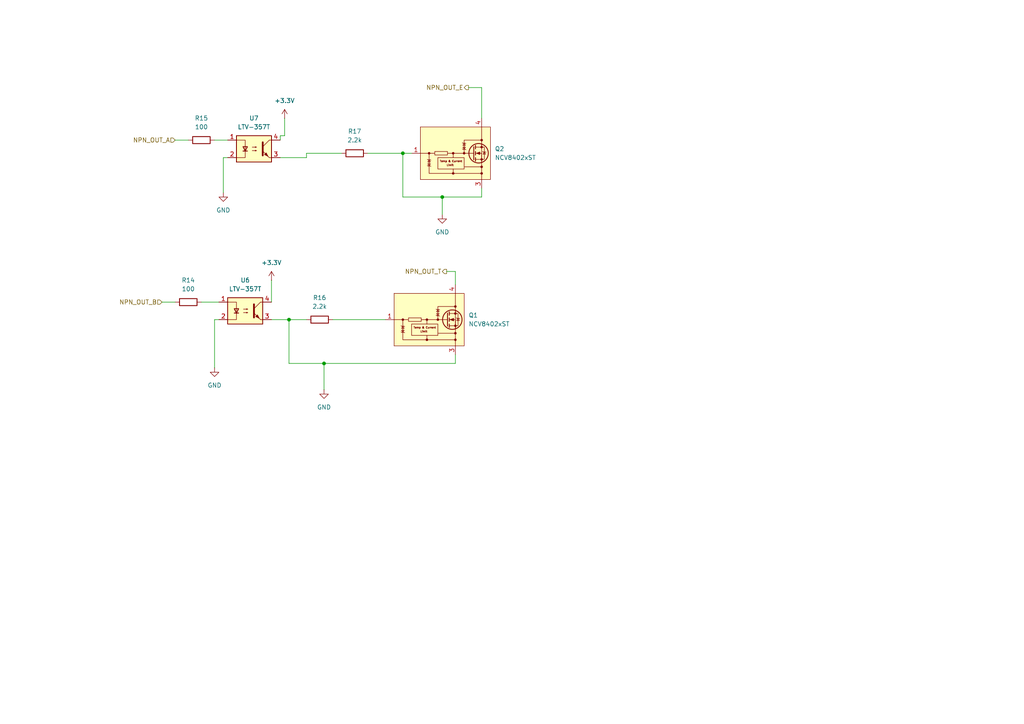
<source format=kicad_sch>
(kicad_sch
	(version 20250114)
	(generator "eeschema")
	(generator_version "9.0")
	(uuid "5bfd7074-c5cf-4b67-9777-e4492f51e531")
	(paper "A4")
	(lib_symbols
		(symbol "Device:R"
			(pin_numbers
				(hide yes)
			)
			(pin_names
				(offset 0)
			)
			(exclude_from_sim no)
			(in_bom yes)
			(on_board yes)
			(property "Reference" "R"
				(at 2.032 0 90)
				(effects
					(font
						(size 1.27 1.27)
					)
				)
			)
			(property "Value" "R"
				(at 0 0 90)
				(effects
					(font
						(size 1.27 1.27)
					)
				)
			)
			(property "Footprint" ""
				(at -1.778 0 90)
				(effects
					(font
						(size 1.27 1.27)
					)
					(hide yes)
				)
			)
			(property "Datasheet" "~"
				(at 0 0 0)
				(effects
					(font
						(size 1.27 1.27)
					)
					(hide yes)
				)
			)
			(property "Description" "Resistor"
				(at 0 0 0)
				(effects
					(font
						(size 1.27 1.27)
					)
					(hide yes)
				)
			)
			(property "ki_keywords" "R res resistor"
				(at 0 0 0)
				(effects
					(font
						(size 1.27 1.27)
					)
					(hide yes)
				)
			)
			(property "ki_fp_filters" "R_*"
				(at 0 0 0)
				(effects
					(font
						(size 1.27 1.27)
					)
					(hide yes)
				)
			)
			(symbol "R_0_1"
				(rectangle
					(start -1.016 -2.54)
					(end 1.016 2.54)
					(stroke
						(width 0.254)
						(type default)
					)
					(fill
						(type none)
					)
				)
			)
			(symbol "R_1_1"
				(pin passive line
					(at 0 3.81 270)
					(length 1.27)
					(name "~"
						(effects
							(font
								(size 1.27 1.27)
							)
						)
					)
					(number "1"
						(effects
							(font
								(size 1.27 1.27)
							)
						)
					)
				)
				(pin passive line
					(at 0 -3.81 90)
					(length 1.27)
					(name "~"
						(effects
							(font
								(size 1.27 1.27)
							)
						)
					)
					(number "2"
						(effects
							(font
								(size 1.27 1.27)
							)
						)
					)
				)
			)
			(embedded_fonts no)
		)
		(symbol "Driver_FET:NCV8402xST"
			(pin_names
				(offset 0)
				(hide yes)
			)
			(exclude_from_sim no)
			(in_bom yes)
			(on_board yes)
			(property "Reference" "Q"
				(at 5.08 8.89 0)
				(effects
					(font
						(size 1.27 1.27)
					)
					(justify right)
				)
			)
			(property "Value" "NCV8402xST"
				(at -11.43 8.89 0)
				(effects
					(font
						(size 1.27 1.27)
					)
					(justify left)
				)
			)
			(property "Footprint" "Package_TO_SOT_SMD:SOT-223"
				(at 0 -7.112 0)
				(effects
					(font
						(size 1.27 1.27)
					)
					(hide yes)
				)
			)
			(property "Datasheet" "https://www.onsemi.com/pub/Collateral/NCV8402-D.PDF"
				(at 7.62 0 0)
				(effects
					(font
						(size 1.27 1.27)
					)
					(hide yes)
				)
			)
			(property "Description" "Self-Protected Low Side Driver with Temperature and Current Limit, SOT−223"
				(at 0 0 0)
				(effects
					(font
						(size 1.27 1.27)
					)
					(hide yes)
				)
			)
			(property "ki_keywords" "MOSFET ESD Overcurrent"
				(at 0 0 0)
				(effects
					(font
						(size 1.27 1.27)
					)
					(hide yes)
				)
			)
			(property "ki_fp_filters" "SOT?223*"
				(at 0 0 0)
				(effects
					(font
						(size 1.27 1.27)
					)
					(hide yes)
				)
			)
			(symbol "NCV8402xST_0_0"
				(rectangle
					(start -10.16 7.62)
					(end 10.16 -7.62)
					(stroke
						(width 0)
						(type default)
					)
					(fill
						(type background)
					)
				)
				(rectangle
					(start -5.969 0.508)
					(end -2.286 -0.508)
					(stroke
						(width 0)
						(type default)
					)
					(fill
						(type none)
					)
				)
				(polyline
					(pts
						(xy -0.635 -1.27) (xy -0.635 -0.635) (xy -0.635 0)
					)
					(stroke
						(width 0)
						(type default)
					)
					(fill
						(type none)
					)
				)
				(polyline
					(pts
						(xy -0.635 -5.842) (xy -7.62 -5.842) (xy -7.62 0) (xy -6.096 0)
					)
					(stroke
						(width 0)
						(type default)
					)
					(fill
						(type none)
					)
				)
				(polyline
					(pts
						(xy 2.54 0) (xy -2.286 0) (xy -0.889 0)
					)
					(stroke
						(width 0)
						(type default)
					)
					(fill
						(type none)
					)
				)
				(polyline
					(pts
						(xy 2.54 0) (xy 2.54 3.81) (xy 7.62 3.81)
					)
					(stroke
						(width 0)
						(type default)
					)
					(fill
						(type none)
					)
				)
				(polyline
					(pts
						(xy 7.62 2.54) (xy 7.62 7.62)
					)
					(stroke
						(width 0)
						(type default)
					)
					(fill
						(type none)
					)
				)
				(polyline
					(pts
						(xy 7.62 2.54) (xy 7.62 -7.62)
					)
					(stroke
						(width 0)
						(type default)
					)
					(fill
						(type none)
					)
				)
				(polyline
					(pts
						(xy 7.62 -5.842) (xy -0.635 -5.842) (xy -0.635 -4.572)
					)
					(stroke
						(width 0)
						(type default)
					)
					(fill
						(type none)
					)
				)
				(text "Limit"
					(at -1.524 -3.429 0)
					(effects
						(font
							(size 0.5334 0.5334)
						)
					)
				)
				(text "Temp & Current"
					(at -1.27 -2.286 0)
					(effects
						(font
							(size 0.5334 0.5334)
						)
					)
				)
			)
			(symbol "NCV8402xST_0_1"
				(polyline
					(pts
						(xy -7.62 0) (xy -10.16 0)
					)
					(stroke
						(width 0)
						(type default)
					)
					(fill
						(type none)
					)
				)
				(rectangle
					(start -5.08 -1.27)
					(end 2.54 -4.572)
					(stroke
						(width 0)
						(type default)
					)
					(fill
						(type none)
					)
				)
				(polyline
					(pts
						(xy 7.62 -3.937) (xy 2.667 -3.937)
					)
					(stroke
						(width 0)
						(type default)
					)
					(fill
						(type none)
					)
				)
			)
			(symbol "NCV8402xST_1_1"
				(polyline
					(pts
						(xy -8.128 -1.778) (xy -8.001 -1.905) (xy -7.239 -1.905) (xy -7.112 -2.032)
					)
					(stroke
						(width 0)
						(type default)
					)
					(fill
						(type none)
					)
				)
				(circle
					(center -7.62 0)
					(radius 0.2794)
					(stroke
						(width 0)
						(type default)
					)
					(fill
						(type outline)
					)
				)
				(polyline
					(pts
						(xy -7.62 -1.905) (xy -8.001 -2.54) (xy -7.239 -2.54) (xy -7.62 -1.905)
					)
					(stroke
						(width 0)
						(type default)
					)
					(fill
						(type none)
					)
				)
				(polyline
					(pts
						(xy -7.62 -3.683) (xy -7.239 -3.048) (xy -8.001 -3.048) (xy -7.62 -3.683)
					)
					(stroke
						(width 0)
						(type default)
					)
					(fill
						(type none)
					)
				)
				(polyline
					(pts
						(xy -7.112 -3.81) (xy -7.239 -3.683) (xy -8.001 -3.683) (xy -8.128 -3.556)
					)
					(stroke
						(width 0)
						(type default)
					)
					(fill
						(type none)
					)
				)
				(circle
					(center -0.635 0)
					(radius 0.2794)
					(stroke
						(width 0)
						(type default)
					)
					(fill
						(type outline)
					)
				)
				(circle
					(center -0.635 -5.842)
					(radius 0.2794)
					(stroke
						(width 0)
						(type default)
					)
					(fill
						(type outline)
					)
				)
				(polyline
					(pts
						(xy 2.032 3.048) (xy 2.159 2.921) (xy 2.921 2.921) (xy 3.048 2.794)
					)
					(stroke
						(width 0)
						(type default)
					)
					(fill
						(type none)
					)
				)
				(polyline
					(pts
						(xy 2.54 2.921) (xy 2.159 2.286) (xy 2.921 2.286) (xy 2.54 2.921)
					)
					(stroke
						(width 0)
						(type default)
					)
					(fill
						(type none)
					)
				)
				(polyline
					(pts
						(xy 2.54 1.143) (xy 2.921 1.778) (xy 2.159 1.778) (xy 2.54 1.143)
					)
					(stroke
						(width 0)
						(type default)
					)
					(fill
						(type none)
					)
				)
				(polyline
					(pts
						(xy 2.54 0) (xy 5.334 0)
					)
					(stroke
						(width 0)
						(type default)
					)
					(fill
						(type none)
					)
				)
				(circle
					(center 2.54 0)
					(radius 0.2794)
					(stroke
						(width 0)
						(type default)
					)
					(fill
						(type outline)
					)
				)
				(polyline
					(pts
						(xy 3.048 1.016) (xy 2.921 1.143) (xy 2.159 1.143) (xy 2.032 1.27)
					)
					(stroke
						(width 0)
						(type default)
					)
					(fill
						(type none)
					)
				)
				(polyline
					(pts
						(xy 5.334 1.905) (xy 5.334 -1.905) (xy 5.334 -1.905)
					)
					(stroke
						(width 0.254)
						(type default)
					)
					(fill
						(type none)
					)
				)
				(polyline
					(pts
						(xy 5.842 2.286) (xy 5.842 1.27)
					)
					(stroke
						(width 0.254)
						(type default)
					)
					(fill
						(type none)
					)
				)
				(polyline
					(pts
						(xy 5.842 1.778) (xy 7.62 1.778)
					)
					(stroke
						(width 0)
						(type default)
					)
					(fill
						(type none)
					)
				)
				(polyline
					(pts
						(xy 5.842 0.508) (xy 5.842 -0.508)
					)
					(stroke
						(width 0.254)
						(type default)
					)
					(fill
						(type none)
					)
				)
				(polyline
					(pts
						(xy 5.842 0) (xy 7.62 0)
					)
					(stroke
						(width 0)
						(type default)
					)
					(fill
						(type none)
					)
				)
				(polyline
					(pts
						(xy 5.842 -1.27) (xy 5.842 -2.286)
					)
					(stroke
						(width 0.254)
						(type default)
					)
					(fill
						(type none)
					)
				)
				(polyline
					(pts
						(xy 5.842 -1.778) (xy 7.62 -1.778)
					)
					(stroke
						(width 0)
						(type default)
					)
					(fill
						(type none)
					)
				)
				(polyline
					(pts
						(xy 6.096 0) (xy 7.112 0.381) (xy 7.112 -0.381) (xy 6.096 0)
					)
					(stroke
						(width 0)
						(type default)
					)
					(fill
						(type outline)
					)
				)
				(circle
					(center 6.731 0)
					(radius 2.8194)
					(stroke
						(width 0.254)
						(type default)
					)
					(fill
						(type none)
					)
				)
				(circle
					(center 7.62 3.81)
					(radius 0.2794)
					(stroke
						(width 0)
						(type default)
					)
					(fill
						(type outline)
					)
				)
				(polyline
					(pts
						(xy 7.62 2.54) (xy 7.62 1.778)
					)
					(stroke
						(width 0)
						(type default)
					)
					(fill
						(type none)
					)
				)
				(circle
					(center 7.62 1.778)
					(radius 0.2794)
					(stroke
						(width 0)
						(type default)
					)
					(fill
						(type outline)
					)
				)
				(polyline
					(pts
						(xy 7.62 -1.778) (xy 7.62 0)
					)
					(stroke
						(width 0)
						(type default)
					)
					(fill
						(type none)
					)
				)
				(polyline
					(pts
						(xy 7.62 -1.778) (xy 7.62 -2.54)
					)
					(stroke
						(width 0)
						(type default)
					)
					(fill
						(type none)
					)
				)
				(polyline
					(pts
						(xy 7.62 -1.778) (xy 8.382 -1.778) (xy 8.382 1.778) (xy 7.62 1.778)
					)
					(stroke
						(width 0)
						(type default)
					)
					(fill
						(type none)
					)
				)
				(circle
					(center 7.62 -1.778)
					(radius 0.2794)
					(stroke
						(width 0)
						(type default)
					)
					(fill
						(type outline)
					)
				)
				(circle
					(center 7.62 -3.937)
					(radius 0.2794)
					(stroke
						(width 0)
						(type default)
					)
					(fill
						(type outline)
					)
				)
				(circle
					(center 7.62 -5.842)
					(radius 0.2794)
					(stroke
						(width 0)
						(type default)
					)
					(fill
						(type outline)
					)
				)
				(polyline
					(pts
						(xy 7.874 0.508) (xy 8.001 0.381) (xy 8.763 0.381) (xy 8.89 0.254)
					)
					(stroke
						(width 0)
						(type default)
					)
					(fill
						(type none)
					)
				)
				(polyline
					(pts
						(xy 8.382 0.381) (xy 8.001 -0.254) (xy 8.763 -0.254) (xy 8.382 0.381)
					)
					(stroke
						(width 0)
						(type default)
					)
					(fill
						(type none)
					)
				)
				(pin input line
					(at -12.7 0 0)
					(length 2.54)
					(name "G"
						(effects
							(font
								(size 1.27 1.27)
							)
						)
					)
					(number "1"
						(effects
							(font
								(size 1.27 1.27)
							)
						)
					)
				)
				(pin passive line
					(at 7.62 10.16 270)
					(length 2.54)
					(hide yes)
					(name "D"
						(effects
							(font
								(size 1.27 1.27)
							)
						)
					)
					(number "2"
						(effects
							(font
								(size 1.27 1.27)
							)
						)
					)
				)
				(pin passive line
					(at 7.62 10.16 270)
					(length 2.54)
					(name "D"
						(effects
							(font
								(size 1.27 1.27)
							)
						)
					)
					(number "4"
						(effects
							(font
								(size 1.27 1.27)
							)
						)
					)
				)
				(pin passive line
					(at 7.62 -10.16 90)
					(length 2.54)
					(name "S"
						(effects
							(font
								(size 1.27 1.27)
							)
						)
					)
					(number "3"
						(effects
							(font
								(size 1.27 1.27)
							)
						)
					)
				)
			)
			(embedded_fonts no)
		)
		(symbol "Isolator:LTV-357T"
			(pin_names
				(offset 1.016)
			)
			(exclude_from_sim no)
			(in_bom yes)
			(on_board yes)
			(property "Reference" "U"
				(at -5.334 4.826 0)
				(effects
					(font
						(size 1.27 1.27)
					)
					(justify left)
				)
			)
			(property "Value" "LTV-357T"
				(at 0 5.08 0)
				(effects
					(font
						(size 1.27 1.27)
					)
					(justify left)
				)
			)
			(property "Footprint" "Package_SO:SO-4_4.4x3.6mm_P2.54mm"
				(at -5.08 -5.08 0)
				(effects
					(font
						(size 1.27 1.27)
						(italic yes)
					)
					(justify left)
					(hide yes)
				)
			)
			(property "Datasheet" "https://www.buerklin.com/medias/sys_master/download/download/h91/ha0/8892020588574.pdf"
				(at 0 0 0)
				(effects
					(font
						(size 1.27 1.27)
					)
					(justify left)
					(hide yes)
				)
			)
			(property "Description" "DC Optocoupler, Vce 35V, CTR 50%, SO-4"
				(at 0 0 0)
				(effects
					(font
						(size 1.27 1.27)
					)
					(hide yes)
				)
			)
			(property "ki_keywords" "NPN DC Optocoupler"
				(at 0 0 0)
				(effects
					(font
						(size 1.27 1.27)
					)
					(hide yes)
				)
			)
			(property "ki_fp_filters" "SO*4.4x3.6mm*P2.54mm*"
				(at 0 0 0)
				(effects
					(font
						(size 1.27 1.27)
					)
					(hide yes)
				)
			)
			(symbol "LTV-357T_0_1"
				(rectangle
					(start -5.08 3.81)
					(end 5.08 -3.81)
					(stroke
						(width 0.254)
						(type default)
					)
					(fill
						(type background)
					)
				)
				(polyline
					(pts
						(xy -5.08 2.54) (xy -2.54 2.54) (xy -2.54 -0.762)
					)
					(stroke
						(width 0)
						(type default)
					)
					(fill
						(type none)
					)
				)
				(polyline
					(pts
						(xy -3.175 -0.635) (xy -1.905 -0.635)
					)
					(stroke
						(width 0.254)
						(type default)
					)
					(fill
						(type none)
					)
				)
				(polyline
					(pts
						(xy -2.54 -0.635) (xy -2.54 -2.54) (xy -5.08 -2.54)
					)
					(stroke
						(width 0)
						(type default)
					)
					(fill
						(type none)
					)
				)
				(polyline
					(pts
						(xy -2.54 -0.635) (xy -3.175 0.635) (xy -1.905 0.635) (xy -2.54 -0.635)
					)
					(stroke
						(width 0.254)
						(type default)
					)
					(fill
						(type none)
					)
				)
				(polyline
					(pts
						(xy -0.508 0.508) (xy 0.762 0.508) (xy 0.381 0.381) (xy 0.381 0.635) (xy 0.762 0.508)
					)
					(stroke
						(width 0)
						(type default)
					)
					(fill
						(type none)
					)
				)
				(polyline
					(pts
						(xy -0.508 -0.508) (xy 0.762 -0.508) (xy 0.381 -0.635) (xy 0.381 -0.381) (xy 0.762 -0.508)
					)
					(stroke
						(width 0)
						(type default)
					)
					(fill
						(type none)
					)
				)
				(polyline
					(pts
						(xy 2.54 1.905) (xy 2.54 -1.905) (xy 2.54 -1.905)
					)
					(stroke
						(width 0.508)
						(type default)
					)
					(fill
						(type none)
					)
				)
				(polyline
					(pts
						(xy 2.54 0.635) (xy 4.445 2.54)
					)
					(stroke
						(width 0)
						(type default)
					)
					(fill
						(type none)
					)
				)
				(polyline
					(pts
						(xy 3.048 -1.651) (xy 3.556 -1.143) (xy 4.064 -2.159) (xy 3.048 -1.651) (xy 3.048 -1.651)
					)
					(stroke
						(width 0)
						(type default)
					)
					(fill
						(type outline)
					)
				)
				(polyline
					(pts
						(xy 4.445 2.54) (xy 5.08 2.54)
					)
					(stroke
						(width 0)
						(type default)
					)
					(fill
						(type none)
					)
				)
				(polyline
					(pts
						(xy 4.445 -2.54) (xy 2.54 -0.635)
					)
					(stroke
						(width 0)
						(type default)
					)
					(fill
						(type outline)
					)
				)
				(polyline
					(pts
						(xy 4.445 -2.54) (xy 5.08 -2.54)
					)
					(stroke
						(width 0)
						(type default)
					)
					(fill
						(type none)
					)
				)
			)
			(symbol "LTV-357T_1_1"
				(pin passive line
					(at -7.62 2.54 0)
					(length 2.54)
					(name "~"
						(effects
							(font
								(size 1.27 1.27)
							)
						)
					)
					(number "1"
						(effects
							(font
								(size 1.27 1.27)
							)
						)
					)
				)
				(pin passive line
					(at -7.62 -2.54 0)
					(length 2.54)
					(name "~"
						(effects
							(font
								(size 1.27 1.27)
							)
						)
					)
					(number "2"
						(effects
							(font
								(size 1.27 1.27)
							)
						)
					)
				)
				(pin passive line
					(at 7.62 2.54 180)
					(length 2.54)
					(name "~"
						(effects
							(font
								(size 1.27 1.27)
							)
						)
					)
					(number "4"
						(effects
							(font
								(size 1.27 1.27)
							)
						)
					)
				)
				(pin passive line
					(at 7.62 -2.54 180)
					(length 2.54)
					(name "~"
						(effects
							(font
								(size 1.27 1.27)
							)
						)
					)
					(number "3"
						(effects
							(font
								(size 1.27 1.27)
							)
						)
					)
				)
			)
			(embedded_fonts no)
		)
		(symbol "power:+3.3V"
			(power)
			(pin_numbers
				(hide yes)
			)
			(pin_names
				(offset 0)
				(hide yes)
			)
			(exclude_from_sim no)
			(in_bom yes)
			(on_board yes)
			(property "Reference" "#PWR"
				(at 0 -3.81 0)
				(effects
					(font
						(size 1.27 1.27)
					)
					(hide yes)
				)
			)
			(property "Value" "+3.3V"
				(at 0 3.556 0)
				(effects
					(font
						(size 1.27 1.27)
					)
				)
			)
			(property "Footprint" ""
				(at 0 0 0)
				(effects
					(font
						(size 1.27 1.27)
					)
					(hide yes)
				)
			)
			(property "Datasheet" ""
				(at 0 0 0)
				(effects
					(font
						(size 1.27 1.27)
					)
					(hide yes)
				)
			)
			(property "Description" "Power symbol creates a global label with name \"+3.3V\""
				(at 0 0 0)
				(effects
					(font
						(size 1.27 1.27)
					)
					(hide yes)
				)
			)
			(property "ki_keywords" "global power"
				(at 0 0 0)
				(effects
					(font
						(size 1.27 1.27)
					)
					(hide yes)
				)
			)
			(symbol "+3.3V_0_1"
				(polyline
					(pts
						(xy -0.762 1.27) (xy 0 2.54)
					)
					(stroke
						(width 0)
						(type default)
					)
					(fill
						(type none)
					)
				)
				(polyline
					(pts
						(xy 0 2.54) (xy 0.762 1.27)
					)
					(stroke
						(width 0)
						(type default)
					)
					(fill
						(type none)
					)
				)
				(polyline
					(pts
						(xy 0 0) (xy 0 2.54)
					)
					(stroke
						(width 0)
						(type default)
					)
					(fill
						(type none)
					)
				)
			)
			(symbol "+3.3V_1_1"
				(pin power_in line
					(at 0 0 90)
					(length 0)
					(name "~"
						(effects
							(font
								(size 1.27 1.27)
							)
						)
					)
					(number "1"
						(effects
							(font
								(size 1.27 1.27)
							)
						)
					)
				)
			)
			(embedded_fonts no)
		)
		(symbol "power:GND"
			(power)
			(pin_numbers
				(hide yes)
			)
			(pin_names
				(offset 0)
				(hide yes)
			)
			(exclude_from_sim no)
			(in_bom yes)
			(on_board yes)
			(property "Reference" "#PWR"
				(at 0 -6.35 0)
				(effects
					(font
						(size 1.27 1.27)
					)
					(hide yes)
				)
			)
			(property "Value" "GND"
				(at 0 -3.81 0)
				(effects
					(font
						(size 1.27 1.27)
					)
				)
			)
			(property "Footprint" ""
				(at 0 0 0)
				(effects
					(font
						(size 1.27 1.27)
					)
					(hide yes)
				)
			)
			(property "Datasheet" ""
				(at 0 0 0)
				(effects
					(font
						(size 1.27 1.27)
					)
					(hide yes)
				)
			)
			(property "Description" "Power symbol creates a global label with name \"GND\" , ground"
				(at 0 0 0)
				(effects
					(font
						(size 1.27 1.27)
					)
					(hide yes)
				)
			)
			(property "ki_keywords" "global power"
				(at 0 0 0)
				(effects
					(font
						(size 1.27 1.27)
					)
					(hide yes)
				)
			)
			(symbol "GND_0_1"
				(polyline
					(pts
						(xy 0 0) (xy 0 -1.27) (xy 1.27 -1.27) (xy 0 -2.54) (xy -1.27 -1.27) (xy 0 -1.27)
					)
					(stroke
						(width 0)
						(type default)
					)
					(fill
						(type none)
					)
				)
			)
			(symbol "GND_1_1"
				(pin power_in line
					(at 0 0 270)
					(length 0)
					(name "~"
						(effects
							(font
								(size 1.27 1.27)
							)
						)
					)
					(number "1"
						(effects
							(font
								(size 1.27 1.27)
							)
						)
					)
				)
			)
			(embedded_fonts no)
		)
	)
	(junction
		(at 83.82 92.71)
		(diameter 0)
		(color 0 0 0 0)
		(uuid "06448bff-14e6-4ffa-8b45-cb50ef6a73ca")
	)
	(junction
		(at 128.27 57.15)
		(diameter 0)
		(color 0 0 0 0)
		(uuid "57442305-379c-451b-a26b-aa76b746508c")
	)
	(junction
		(at 116.84 44.45)
		(diameter 0)
		(color 0 0 0 0)
		(uuid "76fbcb58-af04-43ce-b68b-620833fb0637")
	)
	(junction
		(at 93.98 105.41)
		(diameter 0)
		(color 0 0 0 0)
		(uuid "d4b764aa-52e3-4b84-9ce8-eac048fb6dc7")
	)
	(wire
		(pts
			(xy 64.77 45.72) (xy 66.04 45.72)
		)
		(stroke
			(width 0)
			(type default)
		)
		(uuid "06b57d66-25cb-4181-98aa-2bcf0d6596e3")
	)
	(wire
		(pts
			(xy 132.08 78.74) (xy 132.08 82.55)
		)
		(stroke
			(width 0)
			(type default)
		)
		(uuid "1620b0da-99ff-4ad1-8f86-f0c0c20b176f")
	)
	(wire
		(pts
			(xy 78.74 92.71) (xy 83.82 92.71)
		)
		(stroke
			(width 0)
			(type default)
		)
		(uuid "2eccd7be-7e42-4e95-801e-f384658f96e5")
	)
	(wire
		(pts
			(xy 62.23 106.68) (xy 62.23 92.71)
		)
		(stroke
			(width 0)
			(type default)
		)
		(uuid "31f023e8-5486-4c90-a133-82ea50a3c473")
	)
	(wire
		(pts
			(xy 58.42 87.63) (xy 63.5 87.63)
		)
		(stroke
			(width 0)
			(type default)
		)
		(uuid "373127d8-02c6-42ae-808f-c3a9689bd752")
	)
	(wire
		(pts
			(xy 106.68 44.45) (xy 116.84 44.45)
		)
		(stroke
			(width 0)
			(type default)
		)
		(uuid "39ce1bc2-2ebc-458f-9893-0b3533258308")
	)
	(wire
		(pts
			(xy 132.08 105.41) (xy 132.08 102.87)
		)
		(stroke
			(width 0)
			(type default)
		)
		(uuid "4658c904-f922-4979-a2cd-44b0bf7d0f11")
	)
	(wire
		(pts
			(xy 128.27 57.15) (xy 139.7 57.15)
		)
		(stroke
			(width 0)
			(type default)
		)
		(uuid "48c8e5b8-0d7b-43ea-a259-5aa2bf2137d0")
	)
	(wire
		(pts
			(xy 128.27 62.23) (xy 128.27 57.15)
		)
		(stroke
			(width 0)
			(type default)
		)
		(uuid "496b37e3-d29d-4f34-a84f-95df1b453d7d")
	)
	(wire
		(pts
			(xy 50.8 40.64) (xy 54.61 40.64)
		)
		(stroke
			(width 0)
			(type default)
		)
		(uuid "4c274e98-019e-4b5b-a9ae-6091eb0957df")
	)
	(wire
		(pts
			(xy 139.7 25.4) (xy 135.89 25.4)
		)
		(stroke
			(width 0)
			(type default)
		)
		(uuid "4ef4a214-236a-4e74-a8b7-415fec9a3511")
	)
	(wire
		(pts
			(xy 46.99 87.63) (xy 50.8 87.63)
		)
		(stroke
			(width 0)
			(type default)
		)
		(uuid "598c1bb4-5e03-4462-8d36-58dbb8aad177")
	)
	(wire
		(pts
			(xy 93.98 105.41) (xy 132.08 105.41)
		)
		(stroke
			(width 0)
			(type default)
		)
		(uuid "630b943c-8c9c-4348-8446-d88812c82ba6")
	)
	(wire
		(pts
			(xy 93.98 113.03) (xy 93.98 105.41)
		)
		(stroke
			(width 0)
			(type default)
		)
		(uuid "74c5f0fa-c43b-4bd6-b5e8-d604efec2d3a")
	)
	(wire
		(pts
			(xy 81.28 39.37) (xy 81.28 40.64)
		)
		(stroke
			(width 0)
			(type default)
		)
		(uuid "754cb086-2b22-4869-8bb9-2828f147aa5f")
	)
	(wire
		(pts
			(xy 62.23 40.64) (xy 66.04 40.64)
		)
		(stroke
			(width 0)
			(type default)
		)
		(uuid "796f306b-13d7-4f91-a9b0-74c2e3508505")
	)
	(wire
		(pts
			(xy 88.9 45.72) (xy 81.28 45.72)
		)
		(stroke
			(width 0)
			(type default)
		)
		(uuid "7e3a9030-ece2-4434-90ae-a564a1569743")
	)
	(wire
		(pts
			(xy 88.9 44.45) (xy 99.06 44.45)
		)
		(stroke
			(width 0)
			(type default)
		)
		(uuid "88c8c557-12ae-47b1-a582-80ed19666a40")
	)
	(wire
		(pts
			(xy 96.52 92.71) (xy 111.76 92.71)
		)
		(stroke
			(width 0)
			(type default)
		)
		(uuid "9e511fe7-ce24-4c80-acda-046d579349c6")
	)
	(wire
		(pts
			(xy 116.84 44.45) (xy 116.84 57.15)
		)
		(stroke
			(width 0)
			(type default)
		)
		(uuid "9f3be3a6-c935-4929-bb90-5197848cdac2")
	)
	(wire
		(pts
			(xy 93.98 105.41) (xy 83.82 105.41)
		)
		(stroke
			(width 0)
			(type default)
		)
		(uuid "a02ef023-bb80-4aa3-8fc0-37279fe68534")
	)
	(wire
		(pts
			(xy 64.77 55.88) (xy 64.77 45.72)
		)
		(stroke
			(width 0)
			(type default)
		)
		(uuid "a0b4bc9a-c493-47e0-b5bc-287a6b69a0ff")
	)
	(wire
		(pts
			(xy 129.54 78.74) (xy 132.08 78.74)
		)
		(stroke
			(width 0)
			(type default)
		)
		(uuid "a9b8a6dc-e950-45d7-a331-230e11ee3c0a")
	)
	(wire
		(pts
			(xy 62.23 92.71) (xy 63.5 92.71)
		)
		(stroke
			(width 0)
			(type default)
		)
		(uuid "b5138bf3-7337-48be-bf51-9e1ea9bacc64")
	)
	(wire
		(pts
			(xy 139.7 34.29) (xy 139.7 25.4)
		)
		(stroke
			(width 0)
			(type default)
		)
		(uuid "b631908f-2739-4542-bdfd-bd8db6d5ce89")
	)
	(wire
		(pts
			(xy 82.55 39.37) (xy 82.55 34.29)
		)
		(stroke
			(width 0)
			(type default)
		)
		(uuid "baa8d583-c9ee-4959-810f-caee4e172865")
	)
	(wire
		(pts
			(xy 116.84 57.15) (xy 128.27 57.15)
		)
		(stroke
			(width 0)
			(type default)
		)
		(uuid "beb5b599-026c-481d-8cec-1a5a298fd378")
	)
	(wire
		(pts
			(xy 81.28 39.37) (xy 82.55 39.37)
		)
		(stroke
			(width 0)
			(type default)
		)
		(uuid "c14aa3f2-c961-4e8b-9440-bf37a6df5889")
	)
	(wire
		(pts
			(xy 139.7 57.15) (xy 139.7 54.61)
		)
		(stroke
			(width 0)
			(type default)
		)
		(uuid "c343eb5e-7915-4b45-8a28-1acb676c4e5e")
	)
	(wire
		(pts
			(xy 83.82 92.71) (xy 88.9 92.71)
		)
		(stroke
			(width 0)
			(type default)
		)
		(uuid "c9684129-01d6-4ce0-9dc6-e7201b028a9c")
	)
	(wire
		(pts
			(xy 83.82 105.41) (xy 83.82 92.71)
		)
		(stroke
			(width 0)
			(type default)
		)
		(uuid "ce934b58-8c07-4164-bad5-142640e510a1")
	)
	(wire
		(pts
			(xy 88.9 44.45) (xy 88.9 45.72)
		)
		(stroke
			(width 0)
			(type default)
		)
		(uuid "de17dfa2-98e0-451f-b473-9a19c6e6e4a1")
	)
	(wire
		(pts
			(xy 119.38 44.45) (xy 116.84 44.45)
		)
		(stroke
			(width 0)
			(type default)
		)
		(uuid "e7323b30-5e91-4e70-a58d-79a9eebc99ae")
	)
	(wire
		(pts
			(xy 78.74 81.28) (xy 78.74 87.63)
		)
		(stroke
			(width 0)
			(type default)
		)
		(uuid "ee39e67c-8851-4ba6-b291-7dd286958da7")
	)
	(hierarchical_label "NPN_OUT_E"
		(shape output)
		(at 135.89 25.4 180)
		(effects
			(font
				(size 1.27 1.27)
			)
			(justify right)
		)
		(uuid "7ed2cf57-5f41-4cdc-b134-d5969cd3d069")
	)
	(hierarchical_label "NPN_OUT_A"
		(shape input)
		(at 50.8 40.64 180)
		(effects
			(font
				(size 1.27 1.27)
			)
			(justify right)
		)
		(uuid "b7818b32-d5c0-4aee-93a5-67a3dd1f936d")
	)
	(hierarchical_label "NPN_OUT_B"
		(shape input)
		(at 46.99 87.63 180)
		(effects
			(font
				(size 1.27 1.27)
			)
			(justify right)
		)
		(uuid "f996d748-0956-4a58-8abd-240e08a7534b")
	)
	(hierarchical_label "NPN_OUT_T"
		(shape output)
		(at 129.54 78.74 180)
		(effects
			(font
				(size 1.27 1.27)
			)
			(justify right)
		)
		(uuid "fdfc9e60-d9cb-4410-a650-b51ad4d5aa51")
	)
	(symbol
		(lib_id "Isolator:LTV-357T")
		(at 73.66 43.18 0)
		(unit 1)
		(exclude_from_sim no)
		(in_bom yes)
		(on_board yes)
		(dnp no)
		(fields_autoplaced yes)
		(uuid "06ae6541-a1c8-41f9-824e-26677581b133")
		(property "Reference" "U7"
			(at 73.66 34.29 0)
			(effects
				(font
					(size 1.27 1.27)
				)
			)
		)
		(property "Value" "LTV-357T"
			(at 73.66 36.83 0)
			(effects
				(font
					(size 1.27 1.27)
				)
			)
		)
		(property "Footprint" "Package_SO:SO-4_4.4x3.6mm_P2.54mm"
			(at 68.58 48.26 0)
			(effects
				(font
					(size 1.27 1.27)
					(italic yes)
				)
				(justify left)
				(hide yes)
			)
		)
		(property "Datasheet" "https://www.buerklin.com/medias/sys_master/download/download/h91/ha0/8892020588574.pdf"
			(at 73.66 43.18 0)
			(effects
				(font
					(size 1.27 1.27)
				)
				(justify left)
				(hide yes)
			)
		)
		(property "Description" "DC Optocoupler, Vce 35V, CTR 50%, SO-4"
			(at 73.66 43.18 0)
			(effects
				(font
					(size 1.27 1.27)
				)
				(hide yes)
			)
		)
		(pin "2"
			(uuid "375f3e7f-00ec-476f-9410-11a77b909f71")
		)
		(pin "1"
			(uuid "57f92b22-94ce-4773-88e2-6d5706c152e7")
		)
		(pin "4"
			(uuid "e3c810de-e5d0-43b4-9166-b16927f46f48")
		)
		(pin "3"
			(uuid "7d959f9f-1a0c-4d10-8ac6-e1e41559f92a")
		)
		(instances
			(project "NIVARA PROJECT"
				(path "/dc6fb271-dfd0-4448-98f1-862b1cc93a80/2ca62569-d560-4cca-9470-52fd378086ae/10d18d73-e11c-4004-b603-2dddd8e15480"
					(reference "U7")
					(unit 1)
				)
			)
		)
	)
	(symbol
		(lib_id "power:GND")
		(at 62.23 106.68 0)
		(unit 1)
		(exclude_from_sim no)
		(in_bom yes)
		(on_board yes)
		(dnp no)
		(fields_autoplaced yes)
		(uuid "1762533c-673b-42bc-ba16-27faaed7f6ff")
		(property "Reference" "#PWR034"
			(at 62.23 113.03 0)
			(effects
				(font
					(size 1.27 1.27)
				)
				(hide yes)
			)
		)
		(property "Value" "GND"
			(at 62.23 111.76 0)
			(effects
				(font
					(size 1.27 1.27)
				)
			)
		)
		(property "Footprint" ""
			(at 62.23 106.68 0)
			(effects
				(font
					(size 1.27 1.27)
				)
				(hide yes)
			)
		)
		(property "Datasheet" ""
			(at 62.23 106.68 0)
			(effects
				(font
					(size 1.27 1.27)
				)
				(hide yes)
			)
		)
		(property "Description" "Power symbol creates a global label with name \"GND\" , ground"
			(at 62.23 106.68 0)
			(effects
				(font
					(size 1.27 1.27)
				)
				(hide yes)
			)
		)
		(pin "1"
			(uuid "d671bc62-99d5-466c-9dbf-773678141339")
		)
		(instances
			(project "NIVARA PROJECT"
				(path "/dc6fb271-dfd0-4448-98f1-862b1cc93a80/2ca62569-d560-4cca-9470-52fd378086ae/10d18d73-e11c-4004-b603-2dddd8e15480"
					(reference "#PWR034")
					(unit 1)
				)
			)
		)
	)
	(symbol
		(lib_id "power:GND")
		(at 128.27 62.23 0)
		(unit 1)
		(exclude_from_sim no)
		(in_bom yes)
		(on_board yes)
		(dnp no)
		(fields_autoplaced yes)
		(uuid "1df7fea0-7584-46c7-bae0-435d0240bbe8")
		(property "Reference" "#PWR039"
			(at 128.27 68.58 0)
			(effects
				(font
					(size 1.27 1.27)
				)
				(hide yes)
			)
		)
		(property "Value" "GND"
			(at 128.27 67.31 0)
			(effects
				(font
					(size 1.27 1.27)
				)
			)
		)
		(property "Footprint" ""
			(at 128.27 62.23 0)
			(effects
				(font
					(size 1.27 1.27)
				)
				(hide yes)
			)
		)
		(property "Datasheet" ""
			(at 128.27 62.23 0)
			(effects
				(font
					(size 1.27 1.27)
				)
				(hide yes)
			)
		)
		(property "Description" "Power symbol creates a global label with name \"GND\" , ground"
			(at 128.27 62.23 0)
			(effects
				(font
					(size 1.27 1.27)
				)
				(hide yes)
			)
		)
		(pin "1"
			(uuid "3fc663d3-b16c-424d-80aa-c706dcd68e38")
		)
		(instances
			(project "NIVARA PROJECT"
				(path "/dc6fb271-dfd0-4448-98f1-862b1cc93a80/2ca62569-d560-4cca-9470-52fd378086ae/10d18d73-e11c-4004-b603-2dddd8e15480"
					(reference "#PWR039")
					(unit 1)
				)
			)
		)
	)
	(symbol
		(lib_id "power:+3.3V")
		(at 78.74 81.28 0)
		(unit 1)
		(exclude_from_sim no)
		(in_bom yes)
		(on_board yes)
		(dnp no)
		(fields_autoplaced yes)
		(uuid "21c69e65-2f07-4282-acfb-d8b83125a2b4")
		(property "Reference" "#PWR036"
			(at 78.74 85.09 0)
			(effects
				(font
					(size 1.27 1.27)
				)
				(hide yes)
			)
		)
		(property "Value" "+3.3V"
			(at 78.74 76.2 0)
			(effects
				(font
					(size 1.27 1.27)
				)
			)
		)
		(property "Footprint" ""
			(at 78.74 81.28 0)
			(effects
				(font
					(size 1.27 1.27)
				)
				(hide yes)
			)
		)
		(property "Datasheet" ""
			(at 78.74 81.28 0)
			(effects
				(font
					(size 1.27 1.27)
				)
				(hide yes)
			)
		)
		(property "Description" "Power symbol creates a global label with name \"+3.3V\""
			(at 78.74 81.28 0)
			(effects
				(font
					(size 1.27 1.27)
				)
				(hide yes)
			)
		)
		(pin "1"
			(uuid "7c681c7e-0e14-459a-95a3-b5c36fc1503b")
		)
		(instances
			(project "NIVARA PROJECT"
				(path "/dc6fb271-dfd0-4448-98f1-862b1cc93a80/2ca62569-d560-4cca-9470-52fd378086ae/10d18d73-e11c-4004-b603-2dddd8e15480"
					(reference "#PWR036")
					(unit 1)
				)
			)
		)
	)
	(symbol
		(lib_id "power:GND")
		(at 93.98 113.03 0)
		(unit 1)
		(exclude_from_sim no)
		(in_bom yes)
		(on_board yes)
		(dnp no)
		(fields_autoplaced yes)
		(uuid "3ac96ac4-04a1-491a-aabb-7e63cd5bfaae")
		(property "Reference" "#PWR038"
			(at 93.98 119.38 0)
			(effects
				(font
					(size 1.27 1.27)
				)
				(hide yes)
			)
		)
		(property "Value" "GND"
			(at 93.98 118.11 0)
			(effects
				(font
					(size 1.27 1.27)
				)
			)
		)
		(property "Footprint" ""
			(at 93.98 113.03 0)
			(effects
				(font
					(size 1.27 1.27)
				)
				(hide yes)
			)
		)
		(property "Datasheet" ""
			(at 93.98 113.03 0)
			(effects
				(font
					(size 1.27 1.27)
				)
				(hide yes)
			)
		)
		(property "Description" "Power symbol creates a global label with name \"GND\" , ground"
			(at 93.98 113.03 0)
			(effects
				(font
					(size 1.27 1.27)
				)
				(hide yes)
			)
		)
		(pin "1"
			(uuid "94e656fd-bbc6-4771-980e-e9bfa2697046")
		)
		(instances
			(project "NIVARA PROJECT"
				(path "/dc6fb271-dfd0-4448-98f1-862b1cc93a80/2ca62569-d560-4cca-9470-52fd378086ae/10d18d73-e11c-4004-b603-2dddd8e15480"
					(reference "#PWR038")
					(unit 1)
				)
			)
		)
	)
	(symbol
		(lib_id "Device:R")
		(at 58.42 40.64 90)
		(unit 1)
		(exclude_from_sim no)
		(in_bom yes)
		(on_board yes)
		(dnp no)
		(fields_autoplaced yes)
		(uuid "5a6a07c2-8c83-400a-9e1a-d33e29717b9f")
		(property "Reference" "R15"
			(at 58.42 34.29 90)
			(effects
				(font
					(size 1.27 1.27)
				)
			)
		)
		(property "Value" "100"
			(at 58.42 36.83 90)
			(effects
				(font
					(size 1.27 1.27)
				)
			)
		)
		(property "Footprint" "PCM_Resistor_SMD_AKL:R_0603_1608Metric"
			(at 58.42 42.418 90)
			(effects
				(font
					(size 1.27 1.27)
				)
				(hide yes)
			)
		)
		(property "Datasheet" "~"
			(at 58.42 40.64 0)
			(effects
				(font
					(size 1.27 1.27)
				)
				(hide yes)
			)
		)
		(property "Description" "Resistor"
			(at 58.42 40.64 0)
			(effects
				(font
					(size 1.27 1.27)
				)
				(hide yes)
			)
		)
		(pin "1"
			(uuid "339cef11-43dc-4ec8-a5cd-f25587b1ddab")
		)
		(pin "2"
			(uuid "18196490-4d89-4992-8733-4ce1f1e3d486")
		)
		(instances
			(project ""
				(path "/dc6fb271-dfd0-4448-98f1-862b1cc93a80/2ca62569-d560-4cca-9470-52fd378086ae/10d18d73-e11c-4004-b603-2dddd8e15480"
					(reference "R15")
					(unit 1)
				)
			)
		)
	)
	(symbol
		(lib_id "Device:R")
		(at 102.87 44.45 90)
		(unit 1)
		(exclude_from_sim no)
		(in_bom yes)
		(on_board yes)
		(dnp no)
		(fields_autoplaced yes)
		(uuid "64a81da7-23af-4a13-bf4d-1634a167867a")
		(property "Reference" "R17"
			(at 102.87 38.1 90)
			(effects
				(font
					(size 1.27 1.27)
				)
			)
		)
		(property "Value" "2.2k"
			(at 102.87 40.64 90)
			(effects
				(font
					(size 1.27 1.27)
				)
			)
		)
		(property "Footprint" "PCM_Resistor_SMD_AKL:R_0603_1608Metric"
			(at 102.87 46.228 90)
			(effects
				(font
					(size 1.27 1.27)
				)
				(hide yes)
			)
		)
		(property "Datasheet" "~"
			(at 102.87 44.45 0)
			(effects
				(font
					(size 1.27 1.27)
				)
				(hide yes)
			)
		)
		(property "Description" "Resistor"
			(at 102.87 44.45 0)
			(effects
				(font
					(size 1.27 1.27)
				)
				(hide yes)
			)
		)
		(pin "1"
			(uuid "288887ea-1866-47f5-98eb-4021c6657f2d")
		)
		(pin "2"
			(uuid "259435b2-ce6c-4993-b8a2-54ddb49e493e")
		)
		(instances
			(project "NIVARA PROJECT"
				(path "/dc6fb271-dfd0-4448-98f1-862b1cc93a80/2ca62569-d560-4cca-9470-52fd378086ae/10d18d73-e11c-4004-b603-2dddd8e15480"
					(reference "R17")
					(unit 1)
				)
			)
		)
	)
	(symbol
		(lib_id "power:+3.3V")
		(at 82.55 34.29 0)
		(unit 1)
		(exclude_from_sim no)
		(in_bom yes)
		(on_board yes)
		(dnp no)
		(fields_autoplaced yes)
		(uuid "6a297ba5-d2f6-48fa-83dd-033afdae623f")
		(property "Reference" "#PWR037"
			(at 82.55 38.1 0)
			(effects
				(font
					(size 1.27 1.27)
				)
				(hide yes)
			)
		)
		(property "Value" "+3.3V"
			(at 82.55 29.21 0)
			(effects
				(font
					(size 1.27 1.27)
				)
			)
		)
		(property "Footprint" ""
			(at 82.55 34.29 0)
			(effects
				(font
					(size 1.27 1.27)
				)
				(hide yes)
			)
		)
		(property "Datasheet" ""
			(at 82.55 34.29 0)
			(effects
				(font
					(size 1.27 1.27)
				)
				(hide yes)
			)
		)
		(property "Description" "Power symbol creates a global label with name \"+3.3V\""
			(at 82.55 34.29 0)
			(effects
				(font
					(size 1.27 1.27)
				)
				(hide yes)
			)
		)
		(pin "1"
			(uuid "f26ad504-4ea6-4d58-bad8-7aafce43ff2d")
		)
		(instances
			(project "NIVARA PROJECT"
				(path "/dc6fb271-dfd0-4448-98f1-862b1cc93a80/2ca62569-d560-4cca-9470-52fd378086ae/10d18d73-e11c-4004-b603-2dddd8e15480"
					(reference "#PWR037")
					(unit 1)
				)
			)
		)
	)
	(symbol
		(lib_id "Isolator:LTV-357T")
		(at 71.12 90.17 0)
		(unit 1)
		(exclude_from_sim no)
		(in_bom yes)
		(on_board yes)
		(dnp no)
		(fields_autoplaced yes)
		(uuid "86793059-50d2-476e-a7b7-c88d0525745a")
		(property "Reference" "U6"
			(at 71.12 81.28 0)
			(effects
				(font
					(size 1.27 1.27)
				)
			)
		)
		(property "Value" "LTV-357T"
			(at 71.12 83.82 0)
			(effects
				(font
					(size 1.27 1.27)
				)
			)
		)
		(property "Footprint" "Package_SO:SO-4_4.4x3.6mm_P2.54mm"
			(at 66.04 95.25 0)
			(effects
				(font
					(size 1.27 1.27)
					(italic yes)
				)
				(justify left)
				(hide yes)
			)
		)
		(property "Datasheet" "https://www.buerklin.com/medias/sys_master/download/download/h91/ha0/8892020588574.pdf"
			(at 71.12 90.17 0)
			(effects
				(font
					(size 1.27 1.27)
				)
				(justify left)
				(hide yes)
			)
		)
		(property "Description" "DC Optocoupler, Vce 35V, CTR 50%, SO-4"
			(at 71.12 90.17 0)
			(effects
				(font
					(size 1.27 1.27)
				)
				(hide yes)
			)
		)
		(pin "2"
			(uuid "4f6381ba-8a23-4370-b045-3bdc725993be")
		)
		(pin "1"
			(uuid "5bf0fcdf-c36b-453f-a2b6-42840ec67ed1")
		)
		(pin "4"
			(uuid "ba74a656-fbeb-4a47-833a-9f03a27d1595")
		)
		(pin "3"
			(uuid "22694373-1676-4ef6-900a-5b9ae4a5efd9")
		)
		(instances
			(project "NIVARA PROJECT"
				(path "/dc6fb271-dfd0-4448-98f1-862b1cc93a80/2ca62569-d560-4cca-9470-52fd378086ae/10d18d73-e11c-4004-b603-2dddd8e15480"
					(reference "U6")
					(unit 1)
				)
			)
		)
	)
	(symbol
		(lib_id "power:GND")
		(at 64.77 55.88 0)
		(unit 1)
		(exclude_from_sim no)
		(in_bom yes)
		(on_board yes)
		(dnp no)
		(fields_autoplaced yes)
		(uuid "a25853f0-afba-42e2-9638-626dbf98678f")
		(property "Reference" "#PWR035"
			(at 64.77 62.23 0)
			(effects
				(font
					(size 1.27 1.27)
				)
				(hide yes)
			)
		)
		(property "Value" "GND"
			(at 64.77 60.96 0)
			(effects
				(font
					(size 1.27 1.27)
				)
			)
		)
		(property "Footprint" ""
			(at 64.77 55.88 0)
			(effects
				(font
					(size 1.27 1.27)
				)
				(hide yes)
			)
		)
		(property "Datasheet" ""
			(at 64.77 55.88 0)
			(effects
				(font
					(size 1.27 1.27)
				)
				(hide yes)
			)
		)
		(property "Description" "Power symbol creates a global label with name \"GND\" , ground"
			(at 64.77 55.88 0)
			(effects
				(font
					(size 1.27 1.27)
				)
				(hide yes)
			)
		)
		(pin "1"
			(uuid "ffbdbfe4-354e-4e99-9368-334d5e18aec2")
		)
		(instances
			(project "NIVARA PROJECT"
				(path "/dc6fb271-dfd0-4448-98f1-862b1cc93a80/2ca62569-d560-4cca-9470-52fd378086ae/10d18d73-e11c-4004-b603-2dddd8e15480"
					(reference "#PWR035")
					(unit 1)
				)
			)
		)
	)
	(symbol
		(lib_id "Driver_FET:NCV8402xST")
		(at 124.46 92.71 0)
		(unit 1)
		(exclude_from_sim no)
		(in_bom yes)
		(on_board yes)
		(dnp no)
		(fields_autoplaced yes)
		(uuid "b8b8fe9c-305e-4276-bea5-6926f7e59711")
		(property "Reference" "Q1"
			(at 135.89 91.4399 0)
			(effects
				(font
					(size 1.27 1.27)
				)
				(justify left)
			)
		)
		(property "Value" "NCV8402xST"
			(at 135.89 93.9799 0)
			(effects
				(font
					(size 1.27 1.27)
				)
				(justify left)
			)
		)
		(property "Footprint" "Package_TO_SOT_SMD:SOT-223"
			(at 124.46 99.822 0)
			(effects
				(font
					(size 1.27 1.27)
				)
				(hide yes)
			)
		)
		(property "Datasheet" "https://www.onsemi.com/pub/Collateral/NCV8402-D.PDF"
			(at 132.08 92.71 0)
			(effects
				(font
					(size 1.27 1.27)
				)
				(hide yes)
			)
		)
		(property "Description" "Self-Protected Low Side Driver with Temperature and Current Limit, SOT−223"
			(at 124.46 92.71 0)
			(effects
				(font
					(size 1.27 1.27)
				)
				(hide yes)
			)
		)
		(pin "2"
			(uuid "86a34faf-1a91-4ffb-91de-ab4af3cf255a")
		)
		(pin "4"
			(uuid "a9b9873c-03ec-483a-9d6d-3dde0353edb5")
		)
		(pin "1"
			(uuid "f115b937-6382-4bed-ad4c-bc6230b01824")
		)
		(pin "3"
			(uuid "59b437ed-d037-4a8f-9aa9-31ae51a65a84")
		)
		(instances
			(project "NIVARA PROJECT"
				(path "/dc6fb271-dfd0-4448-98f1-862b1cc93a80/2ca62569-d560-4cca-9470-52fd378086ae/10d18d73-e11c-4004-b603-2dddd8e15480"
					(reference "Q1")
					(unit 1)
				)
			)
		)
	)
	(symbol
		(lib_id "Driver_FET:NCV8402xST")
		(at 132.08 44.45 0)
		(unit 1)
		(exclude_from_sim no)
		(in_bom yes)
		(on_board yes)
		(dnp no)
		(fields_autoplaced yes)
		(uuid "c1d7acc6-c2d0-4ebd-a920-c89eae48b1ed")
		(property "Reference" "Q2"
			(at 143.51 43.1799 0)
			(effects
				(font
					(size 1.27 1.27)
				)
				(justify left)
			)
		)
		(property "Value" "NCV8402xST"
			(at 143.51 45.7199 0)
			(effects
				(font
					(size 1.27 1.27)
				)
				(justify left)
			)
		)
		(property "Footprint" "Package_TO_SOT_SMD:SOT-223"
			(at 132.08 51.562 0)
			(effects
				(font
					(size 1.27 1.27)
				)
				(hide yes)
			)
		)
		(property "Datasheet" "https://www.onsemi.com/pub/Collateral/NCV8402-D.PDF"
			(at 139.7 44.45 0)
			(effects
				(font
					(size 1.27 1.27)
				)
				(hide yes)
			)
		)
		(property "Description" "Self-Protected Low Side Driver with Temperature and Current Limit, SOT−223"
			(at 132.08 44.45 0)
			(effects
				(font
					(size 1.27 1.27)
				)
				(hide yes)
			)
		)
		(pin "2"
			(uuid "d964e66d-fa88-4fd0-8cc1-9de701ca79d0")
		)
		(pin "4"
			(uuid "fd3cba4a-d995-494e-bb71-d27a880bed8e")
		)
		(pin "1"
			(uuid "7a4cb3ac-bade-419f-a3d3-ae9b1a01ac5a")
		)
		(pin "3"
			(uuid "89920b0b-fdf3-4cad-b558-7a9551f879d1")
		)
		(instances
			(project "NIVARA PROJECT"
				(path "/dc6fb271-dfd0-4448-98f1-862b1cc93a80/2ca62569-d560-4cca-9470-52fd378086ae/10d18d73-e11c-4004-b603-2dddd8e15480"
					(reference "Q2")
					(unit 1)
				)
			)
		)
	)
	(symbol
		(lib_id "Device:R")
		(at 92.71 92.71 90)
		(unit 1)
		(exclude_from_sim no)
		(in_bom yes)
		(on_board yes)
		(dnp no)
		(fields_autoplaced yes)
		(uuid "e37648ef-a9d6-49b6-a064-ad7469efebcd")
		(property "Reference" "R16"
			(at 92.71 86.36 90)
			(effects
				(font
					(size 1.27 1.27)
				)
			)
		)
		(property "Value" "2.2k"
			(at 92.71 88.9 90)
			(effects
				(font
					(size 1.27 1.27)
				)
			)
		)
		(property "Footprint" "PCM_Resistor_SMD_AKL:R_0603_1608Metric"
			(at 92.71 94.488 90)
			(effects
				(font
					(size 1.27 1.27)
				)
				(hide yes)
			)
		)
		(property "Datasheet" "~"
			(at 92.71 92.71 0)
			(effects
				(font
					(size 1.27 1.27)
				)
				(hide yes)
			)
		)
		(property "Description" "Resistor"
			(at 92.71 92.71 0)
			(effects
				(font
					(size 1.27 1.27)
				)
				(hide yes)
			)
		)
		(pin "1"
			(uuid "00151901-e82b-4fe7-aca6-4849e364e7ae")
		)
		(pin "2"
			(uuid "d02784e2-75c3-48a0-b921-731dae4617fe")
		)
		(instances
			(project "NIVARA PROJECT"
				(path "/dc6fb271-dfd0-4448-98f1-862b1cc93a80/2ca62569-d560-4cca-9470-52fd378086ae/10d18d73-e11c-4004-b603-2dddd8e15480"
					(reference "R16")
					(unit 1)
				)
			)
		)
	)
	(symbol
		(lib_id "Device:R")
		(at 54.61 87.63 90)
		(unit 1)
		(exclude_from_sim no)
		(in_bom yes)
		(on_board yes)
		(dnp no)
		(fields_autoplaced yes)
		(uuid "fd4956ac-a672-4ec1-b58e-2061704193de")
		(property "Reference" "R14"
			(at 54.61 81.28 90)
			(effects
				(font
					(size 1.27 1.27)
				)
			)
		)
		(property "Value" "100"
			(at 54.61 83.82 90)
			(effects
				(font
					(size 1.27 1.27)
				)
			)
		)
		(property "Footprint" "PCM_Resistor_SMD_AKL:R_0603_1608Metric"
			(at 54.61 89.408 90)
			(effects
				(font
					(size 1.27 1.27)
				)
				(hide yes)
			)
		)
		(property "Datasheet" "~"
			(at 54.61 87.63 0)
			(effects
				(font
					(size 1.27 1.27)
				)
				(hide yes)
			)
		)
		(property "Description" "Resistor"
			(at 54.61 87.63 0)
			(effects
				(font
					(size 1.27 1.27)
				)
				(hide yes)
			)
		)
		(pin "1"
			(uuid "558a6a0d-777c-462b-881b-aec54fcd6a16")
		)
		(pin "2"
			(uuid "c9a5a699-1e49-45ff-9d81-09103a94d723")
		)
		(instances
			(project "NIVARA PROJECT"
				(path "/dc6fb271-dfd0-4448-98f1-862b1cc93a80/2ca62569-d560-4cca-9470-52fd378086ae/10d18d73-e11c-4004-b603-2dddd8e15480"
					(reference "R14")
					(unit 1)
				)
			)
		)
	)
)

</source>
